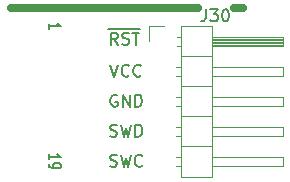
<source format=gbr>
%TF.GenerationSoftware,KiCad,Pcbnew,6.0.11+dfsg-1~bpo11+1*%
%TF.CreationDate,2023-04-27T18:18:44-07:00*%
%TF.ProjectId,J-link_BOB,4a2d6c69-6e6b-45f4-924f-422e6b696361,A1*%
%TF.SameCoordinates,PX7b64228PY605e690*%
%TF.FileFunction,Legend,Top*%
%TF.FilePolarity,Positive*%
%FSLAX46Y46*%
G04 Gerber Fmt 4.6, Leading zero omitted, Abs format (unit mm)*
G04 Created by KiCad (PCBNEW 6.0.11+dfsg-1~bpo11+1) date 2023-04-27 18:18:44*
%MOMM*%
%LPD*%
G01*
G04 APERTURE LIST*
%ADD10C,0.180000*%
%ADD11C,0.635000*%
%ADD12C,0.150000*%
%ADD13C,0.120000*%
G04 APERTURE END LIST*
D10*
X8802857Y-13739761D02*
X8945714Y-13787380D01*
X9183809Y-13787380D01*
X9279047Y-13739761D01*
X9326666Y-13692142D01*
X9374285Y-13596904D01*
X9374285Y-13501666D01*
X9326666Y-13406428D01*
X9279047Y-13358809D01*
X9183809Y-13311190D01*
X8993333Y-13263571D01*
X8898095Y-13215952D01*
X8850476Y-13168333D01*
X8802857Y-13073095D01*
X8802857Y-12977857D01*
X8850476Y-12882619D01*
X8898095Y-12835000D01*
X8993333Y-12787380D01*
X9231428Y-12787380D01*
X9374285Y-12835000D01*
X9707619Y-12787380D02*
X9945714Y-13787380D01*
X10136190Y-13073095D01*
X10326666Y-13787380D01*
X10564761Y-12787380D01*
X11517142Y-13692142D02*
X11469523Y-13739761D01*
X11326666Y-13787380D01*
X11231428Y-13787380D01*
X11088571Y-13739761D01*
X10993333Y-13644523D01*
X10945714Y-13549285D01*
X10898095Y-13358809D01*
X10898095Y-13215952D01*
X10945714Y-13025476D01*
X10993333Y-12930238D01*
X11088571Y-12835000D01*
X11231428Y-12787380D01*
X11326666Y-12787380D01*
X11469523Y-12835000D01*
X11517142Y-12882619D01*
X8802857Y-11199761D02*
X8945714Y-11247380D01*
X9183809Y-11247380D01*
X9279047Y-11199761D01*
X9326666Y-11152142D01*
X9374285Y-11056904D01*
X9374285Y-10961666D01*
X9326666Y-10866428D01*
X9279047Y-10818809D01*
X9183809Y-10771190D01*
X8993333Y-10723571D01*
X8898095Y-10675952D01*
X8850476Y-10628333D01*
X8802857Y-10533095D01*
X8802857Y-10437857D01*
X8850476Y-10342619D01*
X8898095Y-10295000D01*
X8993333Y-10247380D01*
X9231428Y-10247380D01*
X9374285Y-10295000D01*
X9707619Y-10247380D02*
X9945714Y-11247380D01*
X10136190Y-10533095D01*
X10326666Y-11247380D01*
X10564761Y-10247380D01*
X10945714Y-11247380D02*
X10945714Y-10247380D01*
X11183809Y-10247380D01*
X11326666Y-10295000D01*
X11421904Y-10390238D01*
X11469523Y-10485476D01*
X11517142Y-10675952D01*
X11517142Y-10818809D01*
X11469523Y-11009285D01*
X11421904Y-11104523D01*
X11326666Y-11199761D01*
X11183809Y-11247380D01*
X10945714Y-11247380D01*
X9398095Y-7755000D02*
X9302857Y-7707380D01*
X9160000Y-7707380D01*
X9017142Y-7755000D01*
X8921904Y-7850238D01*
X8874285Y-7945476D01*
X8826666Y-8135952D01*
X8826666Y-8278809D01*
X8874285Y-8469285D01*
X8921904Y-8564523D01*
X9017142Y-8659761D01*
X9160000Y-8707380D01*
X9255238Y-8707380D01*
X9398095Y-8659761D01*
X9445714Y-8612142D01*
X9445714Y-8278809D01*
X9255238Y-8278809D01*
X9874285Y-8707380D02*
X9874285Y-7707380D01*
X10445714Y-8707380D01*
X10445714Y-7707380D01*
X10921904Y-8707380D02*
X10921904Y-7707380D01*
X11160000Y-7707380D01*
X11302857Y-7755000D01*
X11398095Y-7850238D01*
X11445714Y-7945476D01*
X11493333Y-8135952D01*
X11493333Y-8278809D01*
X11445714Y-8469285D01*
X11398095Y-8564523D01*
X11302857Y-8659761D01*
X11160000Y-8707380D01*
X10921904Y-8707380D01*
X8826666Y-5167380D02*
X9160000Y-6167380D01*
X9493333Y-5167380D01*
X10398095Y-6072142D02*
X10350476Y-6119761D01*
X10207619Y-6167380D01*
X10112380Y-6167380D01*
X9969523Y-6119761D01*
X9874285Y-6024523D01*
X9826666Y-5929285D01*
X9779047Y-5738809D01*
X9779047Y-5595952D01*
X9826666Y-5405476D01*
X9874285Y-5310238D01*
X9969523Y-5215000D01*
X10112380Y-5167380D01*
X10207619Y-5167380D01*
X10350476Y-5215000D01*
X10398095Y-5262619D01*
X11398095Y-6072142D02*
X11350476Y-6119761D01*
X11207619Y-6167380D01*
X11112380Y-6167380D01*
X10969523Y-6119761D01*
X10874285Y-6024523D01*
X10826666Y-5929285D01*
X10779047Y-5738809D01*
X10779047Y-5595952D01*
X10826666Y-5405476D01*
X10874285Y-5310238D01*
X10969523Y-5215000D01*
X11112380Y-5167380D01*
X11207619Y-5167380D01*
X11350476Y-5215000D01*
X11398095Y-5262619D01*
X8642857Y-2170000D02*
X9642857Y-2170000D01*
X9452380Y-3452380D02*
X9119047Y-2976190D01*
X8880952Y-3452380D02*
X8880952Y-2452380D01*
X9261904Y-2452380D01*
X9357142Y-2500000D01*
X9404761Y-2547619D01*
X9452380Y-2642857D01*
X9452380Y-2785714D01*
X9404761Y-2880952D01*
X9357142Y-2928571D01*
X9261904Y-2976190D01*
X8880952Y-2976190D01*
X9642857Y-2170000D02*
X10595238Y-2170000D01*
X9833333Y-3404761D02*
X9976190Y-3452380D01*
X10214285Y-3452380D01*
X10309523Y-3404761D01*
X10357142Y-3357142D01*
X10404761Y-3261904D01*
X10404761Y-3166666D01*
X10357142Y-3071428D01*
X10309523Y-3023809D01*
X10214285Y-2976190D01*
X10023809Y-2928571D01*
X9928571Y-2880952D01*
X9880952Y-2833333D01*
X9833333Y-2738095D01*
X9833333Y-2642857D01*
X9880952Y-2547619D01*
X9928571Y-2500000D01*
X10023809Y-2452380D01*
X10261904Y-2452380D01*
X10404761Y-2500000D01*
X10595238Y-2170000D02*
X11357142Y-2170000D01*
X10690476Y-2452380D02*
X11261904Y-2452380D01*
X10976190Y-3452380D02*
X10976190Y-2452380D01*
D11*
X381000Y-381000D02*
X16256000Y-381000D01*
X19304000Y-381000D02*
X20066000Y-381000D01*
D12*
X3611619Y-13182619D02*
X3611619Y-12725476D01*
X3611619Y-12954047D02*
X4611619Y-12954047D01*
X4468761Y-12877857D01*
X4373523Y-12801666D01*
X4325904Y-12725476D01*
X3611619Y-13563571D02*
X3611619Y-13715952D01*
X3659238Y-13792142D01*
X3706857Y-13830238D01*
X3849714Y-13906428D01*
X4040190Y-13944523D01*
X4421142Y-13944523D01*
X4516380Y-13906428D01*
X4564000Y-13868333D01*
X4611619Y-13792142D01*
X4611619Y-13639761D01*
X4564000Y-13563571D01*
X4516380Y-13525476D01*
X4421142Y-13487380D01*
X4183047Y-13487380D01*
X4087809Y-13525476D01*
X4040190Y-13563571D01*
X3992571Y-13639761D01*
X3992571Y-13792142D01*
X4040190Y-13868333D01*
X4087809Y-13906428D01*
X4183047Y-13944523D01*
X3611619Y-2133571D02*
X3611619Y-1676428D01*
X3611619Y-1905000D02*
X4611619Y-1905000D01*
X4468761Y-1828809D01*
X4373523Y-1752619D01*
X4325904Y-1676428D01*
%TO.C,J30*%
X16910476Y-468380D02*
X16910476Y-1182666D01*
X16862857Y-1325523D01*
X16767619Y-1420761D01*
X16624761Y-1468380D01*
X16529523Y-1468380D01*
X17291428Y-468380D02*
X17910476Y-468380D01*
X17577142Y-849333D01*
X17720000Y-849333D01*
X17815238Y-896952D01*
X17862857Y-944571D01*
X17910476Y-1039809D01*
X17910476Y-1277904D01*
X17862857Y-1373142D01*
X17815238Y-1420761D01*
X17720000Y-1468380D01*
X17434285Y-1468380D01*
X17339047Y-1420761D01*
X17291428Y-1373142D01*
X18529523Y-468380D02*
X18624761Y-468380D01*
X18720000Y-516000D01*
X18767619Y-563619D01*
X18815238Y-658857D01*
X18862857Y-849333D01*
X18862857Y-1087428D01*
X18815238Y-1277904D01*
X18767619Y-1373142D01*
X18720000Y-1420761D01*
X18624761Y-1468380D01*
X18529523Y-1468380D01*
X18434285Y-1420761D01*
X18386666Y-1373142D01*
X18339047Y-1277904D01*
X18291428Y-1087428D01*
X18291428Y-849333D01*
X18339047Y-658857D01*
X18386666Y-563619D01*
X18434285Y-516000D01*
X18529523Y-468380D01*
D13*
X14377929Y-8635000D02*
X14775000Y-8635000D01*
X14377929Y-7875000D02*
X14775000Y-7875000D01*
X14377929Y-10415000D02*
X14775000Y-10415000D01*
X17435000Y-3215000D02*
X23435000Y-3215000D01*
X12065000Y-1905000D02*
X13335000Y-1905000D01*
X14775000Y-6985000D02*
X17435000Y-6985000D01*
X17435000Y-7875000D02*
X23435000Y-7875000D01*
X23435000Y-13715000D02*
X17435000Y-13715000D01*
X14775000Y-4445000D02*
X17435000Y-4445000D01*
X14377929Y-13715000D02*
X14775000Y-13715000D01*
X17435000Y-2795000D02*
X23435000Y-2795000D01*
X17435000Y-2855000D02*
X23435000Y-2855000D01*
X17435000Y-10415000D02*
X23435000Y-10415000D01*
X14377929Y-12955000D02*
X14775000Y-12955000D01*
X14775000Y-12065000D02*
X17435000Y-12065000D01*
X14377929Y-5335000D02*
X14775000Y-5335000D01*
X23435000Y-2795000D02*
X23435000Y-3555000D01*
X23435000Y-10415000D02*
X23435000Y-11175000D01*
X14775000Y-1845000D02*
X14775000Y-14665000D01*
X17435000Y-3455000D02*
X23435000Y-3455000D01*
X14377929Y-6095000D02*
X14775000Y-6095000D01*
X23435000Y-5335000D02*
X23435000Y-6095000D01*
X17435000Y-2975000D02*
X23435000Y-2975000D01*
X17435000Y-5335000D02*
X23435000Y-5335000D01*
X23435000Y-12955000D02*
X23435000Y-13715000D01*
X23435000Y-3555000D02*
X17435000Y-3555000D01*
X12065000Y-3175000D02*
X12065000Y-1905000D01*
X14445000Y-3555000D02*
X14775000Y-3555000D01*
X23435000Y-8635000D02*
X17435000Y-8635000D01*
X23435000Y-6095000D02*
X17435000Y-6095000D01*
X14775000Y-9525000D02*
X17435000Y-9525000D01*
X17435000Y-3095000D02*
X23435000Y-3095000D01*
X23435000Y-7875000D02*
X23435000Y-8635000D01*
X17435000Y-12955000D02*
X23435000Y-12955000D01*
X23435000Y-11175000D02*
X17435000Y-11175000D01*
X14377929Y-11175000D02*
X14775000Y-11175000D01*
X17435000Y-1845000D02*
X14775000Y-1845000D01*
X14445000Y-2795000D02*
X14775000Y-2795000D01*
X17435000Y-14665000D02*
X17435000Y-1845000D01*
X14775000Y-14665000D02*
X17435000Y-14665000D01*
X17435000Y-3335000D02*
X23435000Y-3335000D01*
%TD*%
M02*

</source>
